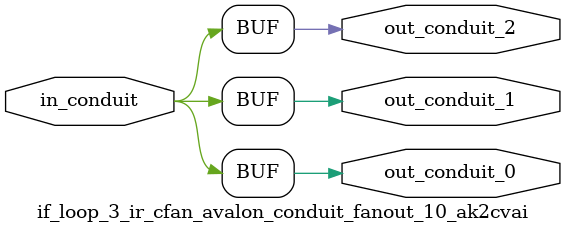
<source format=sv>


 


// --------------------------------------------------------------------------------
//| Avalon Conduit Fan-Out
// --------------------------------------------------------------------------------

// ------------------------------------------
// Generation parameters:
//   output_name:       if_loop_3_ir_cfan_avalon_conduit_fanout_10_ak2cvai
//   numFanOut:         3
//   
// ------------------------------------------

module if_loop_3_ir_cfan_avalon_conduit_fanout_10_ak2cvai (     

// Interface: out_conduit_0
 output                    out_conduit_0,
// Interface: out_conduit_1
 output                    out_conduit_1,
// Interface: out_conduit_2
 output                    out_conduit_2,

// Interface: in_conduit
 input                   in_conduit

);

   assign  out_conduit_0 = in_conduit;
   assign  out_conduit_1 = in_conduit;
   assign  out_conduit_2 = in_conduit;

endmodule //


</source>
